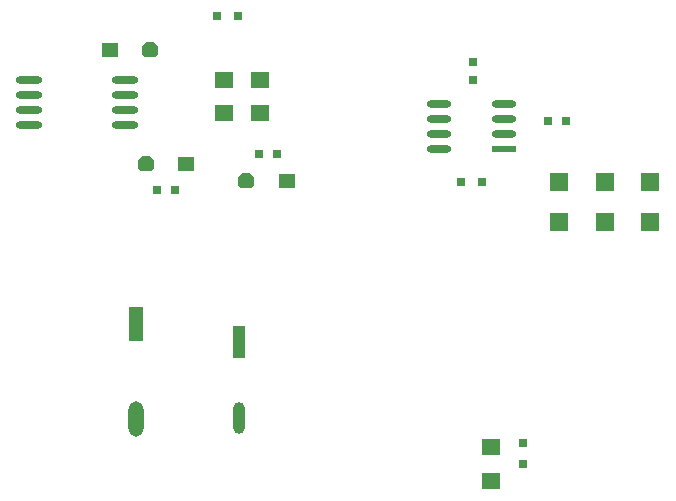
<source format=gtp>
G04*
G04 #@! TF.GenerationSoftware,Altium Limited,Altium Designer,20.1.10 (176)*
G04*
G04 Layer_Color=8421504*
%FSLAX25Y25*%
%MOIN*%
G70*
G04*
G04 #@! TF.SameCoordinates,0441287F-5BD0-46D5-AAFD-36AB4F102E54*
G04*
G04*
G04 #@! TF.FilePolarity,Positive*
G04*
G01*
G75*
%ADD18R,0.03000X0.03000*%
%ADD19R,0.03000X0.03000*%
G04:AMPARAMS|DCode=20|XSize=55mil|YSize=50mil|CornerRadius=0mil|HoleSize=0mil|Usage=FLASHONLY|Rotation=180.000|XOffset=0mil|YOffset=0mil|HoleType=Round|Shape=Octagon|*
%AMOCTAGOND20*
4,1,8,-0.02750,0.01250,-0.02750,-0.01250,-0.01500,-0.02500,0.01500,-0.02500,0.02750,-0.01250,0.02750,0.01250,0.01500,0.02500,-0.01500,0.02500,-0.02750,0.01250,0.0*
%
%ADD20OCTAGOND20*%

%ADD21R,0.05500X0.05000*%
%ADD22R,0.06200X0.05500*%
%ADD23O,0.05118X0.11811*%
%ADD24R,0.05118X0.11811*%
%ADD25R,0.06299X0.06000*%
%ADD26O,0.03937X0.10630*%
%ADD27R,0.03937X0.10630*%
%ADD28R,0.08268X0.02362*%
%ADD29O,0.08268X0.02362*%
%ADD30O,0.08800X0.02400*%
D18*
X223500Y161000D02*
D03*
Y155000D02*
D03*
X240000Y27000D02*
D03*
Y34000D02*
D03*
D19*
X219500Y121000D02*
D03*
X226500D02*
D03*
X118000Y118500D02*
D03*
X124000D02*
D03*
X152000Y130500D02*
D03*
X158000D02*
D03*
X138000Y176500D02*
D03*
X145000D02*
D03*
X248500Y141500D02*
D03*
X254500D02*
D03*
D20*
X114250Y127000D02*
D03*
X147750Y121500D02*
D03*
X115750Y165000D02*
D03*
D21*
X127750Y127000D02*
D03*
X161250Y121500D02*
D03*
X102250Y165000D02*
D03*
D22*
X229500Y32709D02*
D03*
Y21488D02*
D03*
X152500Y155209D02*
D03*
Y143988D02*
D03*
X140500Y155209D02*
D03*
Y143988D02*
D03*
D23*
X111000Y42252D02*
D03*
D24*
Y73748D02*
D03*
D25*
X282500Y107750D02*
D03*
Y121250D02*
D03*
X267250Y107750D02*
D03*
Y121250D02*
D03*
X252000D02*
D03*
Y107750D02*
D03*
D26*
X145500Y42402D02*
D03*
D27*
Y67598D02*
D03*
D28*
X233827Y132000D02*
D03*
D29*
Y137000D02*
D03*
Y142000D02*
D03*
Y147000D02*
D03*
X212173Y132000D02*
D03*
Y137000D02*
D03*
Y142000D02*
D03*
Y147000D02*
D03*
D30*
X75500Y155000D02*
D03*
Y150000D02*
D03*
Y145000D02*
D03*
Y140000D02*
D03*
X107500D02*
D03*
Y145000D02*
D03*
Y150000D02*
D03*
Y155000D02*
D03*
M02*

</source>
